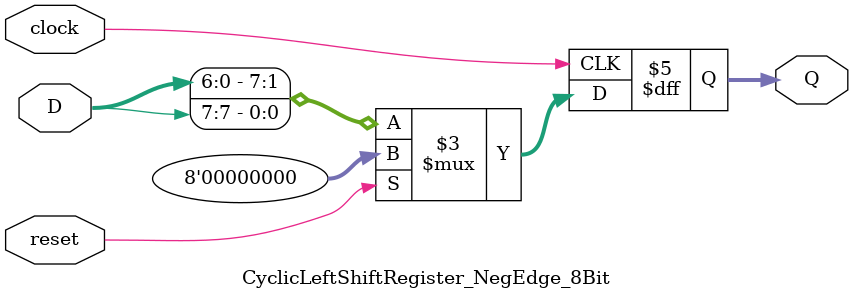
<source format=v>
module CyclicLeftShiftRegister_NegEdge_8Bit (clock, reset, D, Q);
    input clock;
    input reset;
    input [7:0] D;
    output reg [7:0] Q;

    always @(negedge clock)
    begin
        if (reset)
            Q <= 8'b00000000;
        else
            Q <= {D[6:0], D[7]};        
    end
endmodule

</source>
